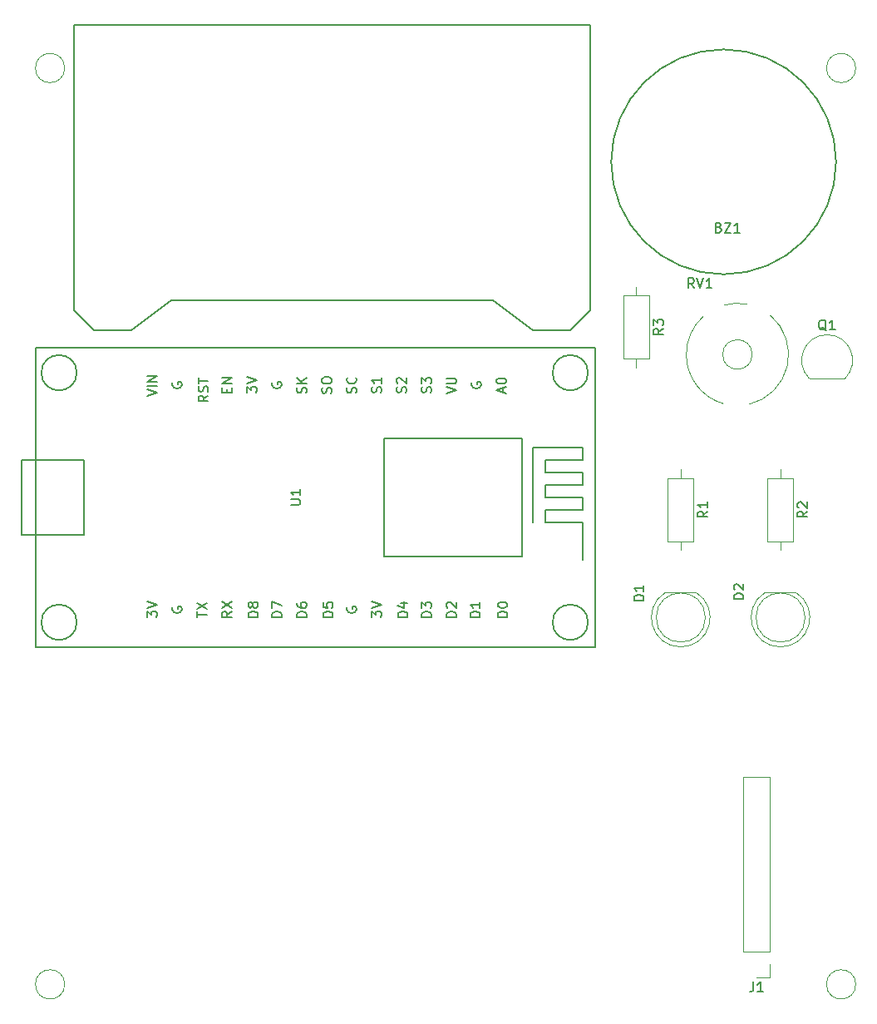
<source format=gbr>
G04 #@! TF.FileFunction,Legend,Top*
%FSLAX46Y46*%
G04 Gerber Fmt 4.6, Leading zero omitted, Abs format (unit mm)*
G04 Created by KiCad (PCBNEW 4.0.7-e2-6376~58~ubuntu16.04.1) date Fri Mar  9 08:47:09 2018*
%MOMM*%
%LPD*%
G01*
G04 APERTURE LIST*
%ADD10C,0.100000*%
%ADD11C,0.150000*%
%ADD12C,0.120000*%
G04 APERTURE END LIST*
D10*
D11*
X194711070Y-70866000D02*
G75*
G03X194711070Y-70866000I-11450070J0D01*
G01*
D12*
X178891738Y-120236400D02*
G75*
G03X180437030Y-114686400I462J2990000D01*
G01*
X178892662Y-120236400D02*
G75*
G02X177347370Y-114686400I-462J2990000D01*
G01*
X181392200Y-117246400D02*
G75*
G03X181392200Y-117246400I-2500000J0D01*
G01*
X180437200Y-114686400D02*
X177347200Y-114686400D01*
X189051738Y-120236400D02*
G75*
G03X190597030Y-114686400I462J2990000D01*
G01*
X189052662Y-120236400D02*
G75*
G02X187507370Y-114686400I-462J2990000D01*
G01*
X191552200Y-117246400D02*
G75*
G03X191552200Y-117246400I-2500000J0D01*
G01*
X190597200Y-114686400D02*
X187507200Y-114686400D01*
X180176800Y-103063600D02*
X177556800Y-103063600D01*
X177556800Y-103063600D02*
X177556800Y-109483600D01*
X177556800Y-109483600D02*
X180176800Y-109483600D01*
X180176800Y-109483600D02*
X180176800Y-103063600D01*
X178866800Y-102173600D02*
X178866800Y-103063600D01*
X178866800Y-110373600D02*
X178866800Y-109483600D01*
X190336800Y-103063600D02*
X187716800Y-103063600D01*
X187716800Y-103063600D02*
X187716800Y-109483600D01*
X187716800Y-109483600D02*
X190336800Y-109483600D01*
X190336800Y-109483600D02*
X190336800Y-103063600D01*
X189026800Y-102173600D02*
X189026800Y-103063600D01*
X189026800Y-110373600D02*
X189026800Y-109483600D01*
D11*
X162700000Y-99029000D02*
X162700000Y-111029000D01*
X162700000Y-111029000D02*
X148700000Y-111029000D01*
X148700000Y-111029000D02*
X148700000Y-99029000D01*
X148700000Y-99029000D02*
X162700000Y-99029000D01*
X163830000Y-107569000D02*
X163830000Y-99949000D01*
X163830000Y-99949000D02*
X168910000Y-99949000D01*
X168910000Y-99949000D02*
X168910000Y-101219000D01*
X168910000Y-101219000D02*
X165100000Y-101219000D01*
X165100000Y-101219000D02*
X165100000Y-102489000D01*
X165100000Y-102489000D02*
X168910000Y-102489000D01*
X168910000Y-102489000D02*
X168910000Y-103759000D01*
X168910000Y-103759000D02*
X165100000Y-103759000D01*
X165100000Y-103759000D02*
X165100000Y-105029000D01*
X165100000Y-105029000D02*
X168910000Y-105029000D01*
X168910000Y-105029000D02*
X168910000Y-106299000D01*
X168910000Y-106299000D02*
X165100000Y-106299000D01*
X165100000Y-106299000D02*
X165100000Y-107569000D01*
X165100000Y-107569000D02*
X168910000Y-107569000D01*
X168910000Y-107569000D02*
X168910000Y-111379000D01*
X111760000Y-101219000D02*
X111760000Y-108839000D01*
X111760000Y-108839000D02*
X118110000Y-108839000D01*
X118110000Y-108839000D02*
X118110000Y-101219000D01*
X118110000Y-101219000D02*
X111760000Y-101219000D01*
X117366051Y-117729000D02*
G75*
G03X117366051Y-117729000I-1796051J0D01*
G01*
X117366051Y-92329000D02*
G75*
G03X117366051Y-92329000I-1796051J0D01*
G01*
X169436051Y-92329000D02*
G75*
G03X169436051Y-92329000I-1796051J0D01*
G01*
X169436051Y-117729000D02*
G75*
G03X169436051Y-117729000I-1796051J0D01*
G01*
X170200000Y-120279000D02*
X170200000Y-90279000D01*
X170200000Y-90279000D02*
X170200000Y-89779000D01*
X170200000Y-89779000D02*
X113200000Y-89779000D01*
X113200000Y-89779000D02*
X113200000Y-120279000D01*
X113200000Y-120279000D02*
X170200000Y-120279000D01*
D12*
X183230329Y-95479173D02*
G75*
G02X179456400Y-90471000I1436071J5008173D01*
G01*
X188016347Y-86480383D02*
G75*
G02X185837400Y-95548000I-3349947J-3990617D01*
G01*
X183317533Y-85437928D02*
G75*
G02X185660400Y-85356000I1348867J-5033072D01*
G01*
X179457143Y-90561657D02*
G75*
G02X181180400Y-86599000I5209257J90657D01*
G01*
X186166400Y-90471000D02*
G75*
G03X186166400Y-90471000I-1500000J0D01*
G01*
X116145600Y-61315600D02*
G75*
G03X116145600Y-61315600I-1490000J0D01*
G01*
X116145600Y-154584400D02*
G75*
G03X116145600Y-154584400I-1490000J0D01*
G01*
X196714400Y-154584400D02*
G75*
G03X196714400Y-154584400I-1490000J0D01*
G01*
X196714400Y-61315600D02*
G75*
G03X196714400Y-61315600I-1490000J0D01*
G01*
X175655600Y-84470800D02*
X173035600Y-84470800D01*
X173035600Y-84470800D02*
X173035600Y-90890800D01*
X173035600Y-90890800D02*
X175655600Y-90890800D01*
X175655600Y-90890800D02*
X175655600Y-84470800D01*
X174345600Y-83580800D02*
X174345600Y-84470800D01*
X174345600Y-91780800D02*
X174345600Y-90890800D01*
X192002000Y-92909000D02*
X195602000Y-92909000D01*
X191963522Y-92897478D02*
G75*
G02X193802000Y-88459000I1838478J1838478D01*
G01*
X195640478Y-92897478D02*
G75*
G03X193802000Y-88459000I-1838478J1838478D01*
G01*
X187943800Y-133442400D02*
X185283800Y-133442400D01*
X187943800Y-151282400D02*
X187943800Y-133442400D01*
X185283800Y-151282400D02*
X185283800Y-133442400D01*
X187943800Y-151282400D02*
X185283800Y-151282400D01*
X187943800Y-152552400D02*
X187943800Y-153882400D01*
X187943800Y-153882400D02*
X186613800Y-153882400D01*
D11*
X117094000Y-56896000D02*
X117094000Y-85979000D01*
X117094000Y-85979000D02*
X119126000Y-88011000D01*
X119126000Y-88011000D02*
X122936000Y-88011000D01*
X122936000Y-88011000D02*
X127000000Y-84963000D01*
X127000000Y-84963000D02*
X159766000Y-84963000D01*
X163830000Y-88011000D02*
X159766000Y-84963000D01*
X167640000Y-88011000D02*
X169672000Y-85979000D01*
X169672000Y-85979000D02*
X169672000Y-56896000D01*
X169672000Y-56896000D02*
X117094000Y-56896000D01*
X167640000Y-88011000D02*
X163830000Y-88011000D01*
X182775048Y-77539571D02*
X182917905Y-77587190D01*
X182965524Y-77634810D01*
X183013143Y-77730048D01*
X183013143Y-77872905D01*
X182965524Y-77968143D01*
X182917905Y-78015762D01*
X182822667Y-78063381D01*
X182441714Y-78063381D01*
X182441714Y-77063381D01*
X182775048Y-77063381D01*
X182870286Y-77111000D01*
X182917905Y-77158619D01*
X182965524Y-77253857D01*
X182965524Y-77349095D01*
X182917905Y-77444333D01*
X182870286Y-77491952D01*
X182775048Y-77539571D01*
X182441714Y-77539571D01*
X183346476Y-77063381D02*
X184013143Y-77063381D01*
X183346476Y-78063381D01*
X184013143Y-78063381D01*
X184917905Y-78063381D02*
X184346476Y-78063381D01*
X184632190Y-78063381D02*
X184632190Y-77063381D01*
X184536952Y-77206238D01*
X184441714Y-77301476D01*
X184346476Y-77349095D01*
X175128181Y-115520695D02*
X174128181Y-115520695D01*
X174128181Y-115282600D01*
X174175800Y-115139742D01*
X174271038Y-115044504D01*
X174366276Y-114996885D01*
X174556752Y-114949266D01*
X174699610Y-114949266D01*
X174890086Y-114996885D01*
X174985324Y-115044504D01*
X175080562Y-115139742D01*
X175128181Y-115282600D01*
X175128181Y-115520695D01*
X175128181Y-113996885D02*
X175128181Y-114568314D01*
X175128181Y-114282600D02*
X174128181Y-114282600D01*
X174271038Y-114377838D01*
X174366276Y-114473076D01*
X174413895Y-114568314D01*
X185288181Y-115368295D02*
X184288181Y-115368295D01*
X184288181Y-115130200D01*
X184335800Y-114987342D01*
X184431038Y-114892104D01*
X184526276Y-114844485D01*
X184716752Y-114796866D01*
X184859610Y-114796866D01*
X185050086Y-114844485D01*
X185145324Y-114892104D01*
X185240562Y-114987342D01*
X185288181Y-115130200D01*
X185288181Y-115368295D01*
X184383419Y-114415914D02*
X184335800Y-114368295D01*
X184288181Y-114273057D01*
X184288181Y-114034961D01*
X184335800Y-113939723D01*
X184383419Y-113892104D01*
X184478657Y-113844485D01*
X184573895Y-113844485D01*
X184716752Y-113892104D01*
X185288181Y-114463533D01*
X185288181Y-113844485D01*
X181629181Y-106440266D02*
X181152990Y-106773600D01*
X181629181Y-107011695D02*
X180629181Y-107011695D01*
X180629181Y-106630742D01*
X180676800Y-106535504D01*
X180724419Y-106487885D01*
X180819657Y-106440266D01*
X180962514Y-106440266D01*
X181057752Y-106487885D01*
X181105371Y-106535504D01*
X181152990Y-106630742D01*
X181152990Y-107011695D01*
X181629181Y-105487885D02*
X181629181Y-106059314D01*
X181629181Y-105773600D02*
X180629181Y-105773600D01*
X180772038Y-105868838D01*
X180867276Y-105964076D01*
X180914895Y-106059314D01*
X191789181Y-106440266D02*
X191312990Y-106773600D01*
X191789181Y-107011695D02*
X190789181Y-107011695D01*
X190789181Y-106630742D01*
X190836800Y-106535504D01*
X190884419Y-106487885D01*
X190979657Y-106440266D01*
X191122514Y-106440266D01*
X191217752Y-106487885D01*
X191265371Y-106535504D01*
X191312990Y-106630742D01*
X191312990Y-107011695D01*
X190884419Y-106059314D02*
X190836800Y-106011695D01*
X190789181Y-105916457D01*
X190789181Y-105678361D01*
X190836800Y-105583123D01*
X190884419Y-105535504D01*
X190979657Y-105487885D01*
X191074895Y-105487885D01*
X191217752Y-105535504D01*
X191789181Y-106106933D01*
X191789181Y-105487885D01*
X139152381Y-105790905D02*
X139961905Y-105790905D01*
X140057143Y-105743286D01*
X140104762Y-105695667D01*
X140152381Y-105600429D01*
X140152381Y-105409952D01*
X140104762Y-105314714D01*
X140057143Y-105267095D01*
X139961905Y-105219476D01*
X139152381Y-105219476D01*
X140152381Y-104219476D02*
X140152381Y-104790905D01*
X140152381Y-104505191D02*
X139152381Y-104505191D01*
X139295238Y-104600429D01*
X139390476Y-104695667D01*
X139438095Y-104790905D01*
X124547381Y-94694238D02*
X125547381Y-94360905D01*
X124547381Y-94027571D01*
X125547381Y-93694238D02*
X124547381Y-93694238D01*
X125547381Y-93218048D02*
X124547381Y-93218048D01*
X125547381Y-92646619D01*
X124547381Y-92646619D01*
X127135000Y-93337095D02*
X127087381Y-93432333D01*
X127087381Y-93575190D01*
X127135000Y-93718048D01*
X127230238Y-93813286D01*
X127325476Y-93860905D01*
X127515952Y-93908524D01*
X127658810Y-93908524D01*
X127849286Y-93860905D01*
X127944524Y-93813286D01*
X128039762Y-93718048D01*
X128087381Y-93575190D01*
X128087381Y-93479952D01*
X128039762Y-93337095D01*
X127992143Y-93289476D01*
X127658810Y-93289476D01*
X127658810Y-93479952D01*
X130754381Y-94654619D02*
X130278190Y-94987953D01*
X130754381Y-95226048D02*
X129754381Y-95226048D01*
X129754381Y-94845095D01*
X129802000Y-94749857D01*
X129849619Y-94702238D01*
X129944857Y-94654619D01*
X130087714Y-94654619D01*
X130182952Y-94702238D01*
X130230571Y-94749857D01*
X130278190Y-94845095D01*
X130278190Y-95226048D01*
X130706762Y-94273667D02*
X130754381Y-94130810D01*
X130754381Y-93892714D01*
X130706762Y-93797476D01*
X130659143Y-93749857D01*
X130563905Y-93702238D01*
X130468667Y-93702238D01*
X130373429Y-93749857D01*
X130325810Y-93797476D01*
X130278190Y-93892714D01*
X130230571Y-94083191D01*
X130182952Y-94178429D01*
X130135333Y-94226048D01*
X130040095Y-94273667D01*
X129944857Y-94273667D01*
X129849619Y-94226048D01*
X129802000Y-94178429D01*
X129754381Y-94083191D01*
X129754381Y-93845095D01*
X129802000Y-93702238D01*
X129754381Y-93416524D02*
X129754381Y-92845095D01*
X130754381Y-93130810D02*
X129754381Y-93130810D01*
X132643571Y-94337095D02*
X132643571Y-94003761D01*
X133167381Y-93860904D02*
X133167381Y-94337095D01*
X132167381Y-94337095D01*
X132167381Y-93860904D01*
X133167381Y-93432333D02*
X132167381Y-93432333D01*
X133167381Y-92860904D01*
X132167381Y-92860904D01*
X134707381Y-94360905D02*
X134707381Y-93741857D01*
X135088333Y-94075191D01*
X135088333Y-93932333D01*
X135135952Y-93837095D01*
X135183571Y-93789476D01*
X135278810Y-93741857D01*
X135516905Y-93741857D01*
X135612143Y-93789476D01*
X135659762Y-93837095D01*
X135707381Y-93932333D01*
X135707381Y-94218048D01*
X135659762Y-94313286D01*
X135612143Y-94360905D01*
X134707381Y-93456143D02*
X135707381Y-93122810D01*
X134707381Y-92789476D01*
X137295000Y-93337095D02*
X137247381Y-93432333D01*
X137247381Y-93575190D01*
X137295000Y-93718048D01*
X137390238Y-93813286D01*
X137485476Y-93860905D01*
X137675952Y-93908524D01*
X137818810Y-93908524D01*
X138009286Y-93860905D01*
X138104524Y-93813286D01*
X138199762Y-93718048D01*
X138247381Y-93575190D01*
X138247381Y-93479952D01*
X138199762Y-93337095D01*
X138152143Y-93289476D01*
X137818810Y-93289476D01*
X137818810Y-93479952D01*
X140739762Y-94384714D02*
X140787381Y-94241857D01*
X140787381Y-94003761D01*
X140739762Y-93908523D01*
X140692143Y-93860904D01*
X140596905Y-93813285D01*
X140501667Y-93813285D01*
X140406429Y-93860904D01*
X140358810Y-93908523D01*
X140311190Y-94003761D01*
X140263571Y-94194238D01*
X140215952Y-94289476D01*
X140168333Y-94337095D01*
X140073095Y-94384714D01*
X139977857Y-94384714D01*
X139882619Y-94337095D01*
X139835000Y-94289476D01*
X139787381Y-94194238D01*
X139787381Y-93956142D01*
X139835000Y-93813285D01*
X140787381Y-93384714D02*
X139787381Y-93384714D01*
X140787381Y-92813285D02*
X140215952Y-93241857D01*
X139787381Y-92813285D02*
X140358810Y-93384714D01*
X143279762Y-94408524D02*
X143327381Y-94265667D01*
X143327381Y-94027571D01*
X143279762Y-93932333D01*
X143232143Y-93884714D01*
X143136905Y-93837095D01*
X143041667Y-93837095D01*
X142946429Y-93884714D01*
X142898810Y-93932333D01*
X142851190Y-94027571D01*
X142803571Y-94218048D01*
X142755952Y-94313286D01*
X142708333Y-94360905D01*
X142613095Y-94408524D01*
X142517857Y-94408524D01*
X142422619Y-94360905D01*
X142375000Y-94313286D01*
X142327381Y-94218048D01*
X142327381Y-93979952D01*
X142375000Y-93837095D01*
X142327381Y-93218048D02*
X142327381Y-93027571D01*
X142375000Y-92932333D01*
X142470238Y-92837095D01*
X142660714Y-92789476D01*
X142994048Y-92789476D01*
X143184524Y-92837095D01*
X143279762Y-92932333D01*
X143327381Y-93027571D01*
X143327381Y-93218048D01*
X143279762Y-93313286D01*
X143184524Y-93408524D01*
X142994048Y-93456143D01*
X142660714Y-93456143D01*
X142470238Y-93408524D01*
X142375000Y-93313286D01*
X142327381Y-93218048D01*
X145819762Y-94384714D02*
X145867381Y-94241857D01*
X145867381Y-94003761D01*
X145819762Y-93908523D01*
X145772143Y-93860904D01*
X145676905Y-93813285D01*
X145581667Y-93813285D01*
X145486429Y-93860904D01*
X145438810Y-93908523D01*
X145391190Y-94003761D01*
X145343571Y-94194238D01*
X145295952Y-94289476D01*
X145248333Y-94337095D01*
X145153095Y-94384714D01*
X145057857Y-94384714D01*
X144962619Y-94337095D01*
X144915000Y-94289476D01*
X144867381Y-94194238D01*
X144867381Y-93956142D01*
X144915000Y-93813285D01*
X145772143Y-92813285D02*
X145819762Y-92860904D01*
X145867381Y-93003761D01*
X145867381Y-93098999D01*
X145819762Y-93241857D01*
X145724524Y-93337095D01*
X145629286Y-93384714D01*
X145438810Y-93432333D01*
X145295952Y-93432333D01*
X145105476Y-93384714D01*
X145010238Y-93337095D01*
X144915000Y-93241857D01*
X144867381Y-93098999D01*
X144867381Y-93003761D01*
X144915000Y-92860904D01*
X144962619Y-92813285D01*
X148359762Y-94360905D02*
X148407381Y-94218048D01*
X148407381Y-93979952D01*
X148359762Y-93884714D01*
X148312143Y-93837095D01*
X148216905Y-93789476D01*
X148121667Y-93789476D01*
X148026429Y-93837095D01*
X147978810Y-93884714D01*
X147931190Y-93979952D01*
X147883571Y-94170429D01*
X147835952Y-94265667D01*
X147788333Y-94313286D01*
X147693095Y-94360905D01*
X147597857Y-94360905D01*
X147502619Y-94313286D01*
X147455000Y-94265667D01*
X147407381Y-94170429D01*
X147407381Y-93932333D01*
X147455000Y-93789476D01*
X148407381Y-92837095D02*
X148407381Y-93408524D01*
X148407381Y-93122810D02*
X147407381Y-93122810D01*
X147550238Y-93218048D01*
X147645476Y-93313286D01*
X147693095Y-93408524D01*
X150899762Y-94360905D02*
X150947381Y-94218048D01*
X150947381Y-93979952D01*
X150899762Y-93884714D01*
X150852143Y-93837095D01*
X150756905Y-93789476D01*
X150661667Y-93789476D01*
X150566429Y-93837095D01*
X150518810Y-93884714D01*
X150471190Y-93979952D01*
X150423571Y-94170429D01*
X150375952Y-94265667D01*
X150328333Y-94313286D01*
X150233095Y-94360905D01*
X150137857Y-94360905D01*
X150042619Y-94313286D01*
X149995000Y-94265667D01*
X149947381Y-94170429D01*
X149947381Y-93932333D01*
X149995000Y-93789476D01*
X150042619Y-93408524D02*
X149995000Y-93360905D01*
X149947381Y-93265667D01*
X149947381Y-93027571D01*
X149995000Y-92932333D01*
X150042619Y-92884714D01*
X150137857Y-92837095D01*
X150233095Y-92837095D01*
X150375952Y-92884714D01*
X150947381Y-93456143D01*
X150947381Y-92837095D01*
X153439762Y-94360905D02*
X153487381Y-94218048D01*
X153487381Y-93979952D01*
X153439762Y-93884714D01*
X153392143Y-93837095D01*
X153296905Y-93789476D01*
X153201667Y-93789476D01*
X153106429Y-93837095D01*
X153058810Y-93884714D01*
X153011190Y-93979952D01*
X152963571Y-94170429D01*
X152915952Y-94265667D01*
X152868333Y-94313286D01*
X152773095Y-94360905D01*
X152677857Y-94360905D01*
X152582619Y-94313286D01*
X152535000Y-94265667D01*
X152487381Y-94170429D01*
X152487381Y-93932333D01*
X152535000Y-93789476D01*
X152487381Y-93456143D02*
X152487381Y-92837095D01*
X152868333Y-93170429D01*
X152868333Y-93027571D01*
X152915952Y-92932333D01*
X152963571Y-92884714D01*
X153058810Y-92837095D01*
X153296905Y-92837095D01*
X153392143Y-92884714D01*
X153439762Y-92932333D01*
X153487381Y-93027571D01*
X153487381Y-93313286D01*
X153439762Y-93408524D01*
X153392143Y-93456143D01*
X155027381Y-94456143D02*
X156027381Y-94122810D01*
X155027381Y-93789476D01*
X155027381Y-93456143D02*
X155836905Y-93456143D01*
X155932143Y-93408524D01*
X155979762Y-93360905D01*
X156027381Y-93265667D01*
X156027381Y-93075190D01*
X155979762Y-92979952D01*
X155932143Y-92932333D01*
X155836905Y-92884714D01*
X155027381Y-92884714D01*
X157615000Y-93337095D02*
X157567381Y-93432333D01*
X157567381Y-93575190D01*
X157615000Y-93718048D01*
X157710238Y-93813286D01*
X157805476Y-93860905D01*
X157995952Y-93908524D01*
X158138810Y-93908524D01*
X158329286Y-93860905D01*
X158424524Y-93813286D01*
X158519762Y-93718048D01*
X158567381Y-93575190D01*
X158567381Y-93479952D01*
X158519762Y-93337095D01*
X158472143Y-93289476D01*
X158138810Y-93289476D01*
X158138810Y-93479952D01*
X160821667Y-94313286D02*
X160821667Y-93837095D01*
X161107381Y-94408524D02*
X160107381Y-94075191D01*
X161107381Y-93741857D01*
X160107381Y-93218048D02*
X160107381Y-93122809D01*
X160155000Y-93027571D01*
X160202619Y-92979952D01*
X160297857Y-92932333D01*
X160488333Y-92884714D01*
X160726429Y-92884714D01*
X160916905Y-92932333D01*
X161012143Y-92979952D01*
X161059762Y-93027571D01*
X161107381Y-93122809D01*
X161107381Y-93218048D01*
X161059762Y-93313286D01*
X161012143Y-93360905D01*
X160916905Y-93408524D01*
X160726429Y-93456143D01*
X160488333Y-93456143D01*
X160297857Y-93408524D01*
X160202619Y-93360905D01*
X160155000Y-93313286D01*
X160107381Y-93218048D01*
X124547381Y-117220905D02*
X124547381Y-116601857D01*
X124928333Y-116935191D01*
X124928333Y-116792333D01*
X124975952Y-116697095D01*
X125023571Y-116649476D01*
X125118810Y-116601857D01*
X125356905Y-116601857D01*
X125452143Y-116649476D01*
X125499762Y-116697095D01*
X125547381Y-116792333D01*
X125547381Y-117078048D01*
X125499762Y-117173286D01*
X125452143Y-117220905D01*
X124547381Y-116316143D02*
X125547381Y-115982810D01*
X124547381Y-115649476D01*
X127135000Y-116197095D02*
X127087381Y-116292333D01*
X127087381Y-116435190D01*
X127135000Y-116578048D01*
X127230238Y-116673286D01*
X127325476Y-116720905D01*
X127515952Y-116768524D01*
X127658810Y-116768524D01*
X127849286Y-116720905D01*
X127944524Y-116673286D01*
X128039762Y-116578048D01*
X128087381Y-116435190D01*
X128087381Y-116339952D01*
X128039762Y-116197095D01*
X127992143Y-116149476D01*
X127658810Y-116149476D01*
X127658810Y-116339952D01*
X129627381Y-117220905D02*
X129627381Y-116649476D01*
X130627381Y-116935191D02*
X129627381Y-116935191D01*
X129627381Y-116411381D02*
X130627381Y-115744714D01*
X129627381Y-115744714D02*
X130627381Y-116411381D01*
X133167381Y-116625666D02*
X132691190Y-116959000D01*
X133167381Y-117197095D02*
X132167381Y-117197095D01*
X132167381Y-116816142D01*
X132215000Y-116720904D01*
X132262619Y-116673285D01*
X132357857Y-116625666D01*
X132500714Y-116625666D01*
X132595952Y-116673285D01*
X132643571Y-116720904D01*
X132691190Y-116816142D01*
X132691190Y-117197095D01*
X132167381Y-116292333D02*
X133167381Y-115625666D01*
X132167381Y-115625666D02*
X133167381Y-116292333D01*
X135834381Y-117197095D02*
X134834381Y-117197095D01*
X134834381Y-116959000D01*
X134882000Y-116816142D01*
X134977238Y-116720904D01*
X135072476Y-116673285D01*
X135262952Y-116625666D01*
X135405810Y-116625666D01*
X135596286Y-116673285D01*
X135691524Y-116720904D01*
X135786762Y-116816142D01*
X135834381Y-116959000D01*
X135834381Y-117197095D01*
X135262952Y-116054238D02*
X135215333Y-116149476D01*
X135167714Y-116197095D01*
X135072476Y-116244714D01*
X135024857Y-116244714D01*
X134929619Y-116197095D01*
X134882000Y-116149476D01*
X134834381Y-116054238D01*
X134834381Y-115863761D01*
X134882000Y-115768523D01*
X134929619Y-115720904D01*
X135024857Y-115673285D01*
X135072476Y-115673285D01*
X135167714Y-115720904D01*
X135215333Y-115768523D01*
X135262952Y-115863761D01*
X135262952Y-116054238D01*
X135310571Y-116149476D01*
X135358190Y-116197095D01*
X135453429Y-116244714D01*
X135643905Y-116244714D01*
X135739143Y-116197095D01*
X135786762Y-116149476D01*
X135834381Y-116054238D01*
X135834381Y-115863761D01*
X135786762Y-115768523D01*
X135739143Y-115720904D01*
X135643905Y-115673285D01*
X135453429Y-115673285D01*
X135358190Y-115720904D01*
X135310571Y-115768523D01*
X135262952Y-115863761D01*
X138247381Y-117197095D02*
X137247381Y-117197095D01*
X137247381Y-116959000D01*
X137295000Y-116816142D01*
X137390238Y-116720904D01*
X137485476Y-116673285D01*
X137675952Y-116625666D01*
X137818810Y-116625666D01*
X138009286Y-116673285D01*
X138104524Y-116720904D01*
X138199762Y-116816142D01*
X138247381Y-116959000D01*
X138247381Y-117197095D01*
X137247381Y-116292333D02*
X137247381Y-115625666D01*
X138247381Y-116054238D01*
X140787381Y-117197095D02*
X139787381Y-117197095D01*
X139787381Y-116959000D01*
X139835000Y-116816142D01*
X139930238Y-116720904D01*
X140025476Y-116673285D01*
X140215952Y-116625666D01*
X140358810Y-116625666D01*
X140549286Y-116673285D01*
X140644524Y-116720904D01*
X140739762Y-116816142D01*
X140787381Y-116959000D01*
X140787381Y-117197095D01*
X139787381Y-115768523D02*
X139787381Y-115959000D01*
X139835000Y-116054238D01*
X139882619Y-116101857D01*
X140025476Y-116197095D01*
X140215952Y-116244714D01*
X140596905Y-116244714D01*
X140692143Y-116197095D01*
X140739762Y-116149476D01*
X140787381Y-116054238D01*
X140787381Y-115863761D01*
X140739762Y-115768523D01*
X140692143Y-115720904D01*
X140596905Y-115673285D01*
X140358810Y-115673285D01*
X140263571Y-115720904D01*
X140215952Y-115768523D01*
X140168333Y-115863761D01*
X140168333Y-116054238D01*
X140215952Y-116149476D01*
X140263571Y-116197095D01*
X140358810Y-116244714D01*
X143454381Y-117197095D02*
X142454381Y-117197095D01*
X142454381Y-116959000D01*
X142502000Y-116816142D01*
X142597238Y-116720904D01*
X142692476Y-116673285D01*
X142882952Y-116625666D01*
X143025810Y-116625666D01*
X143216286Y-116673285D01*
X143311524Y-116720904D01*
X143406762Y-116816142D01*
X143454381Y-116959000D01*
X143454381Y-117197095D01*
X142454381Y-115720904D02*
X142454381Y-116197095D01*
X142930571Y-116244714D01*
X142882952Y-116197095D01*
X142835333Y-116101857D01*
X142835333Y-115863761D01*
X142882952Y-115768523D01*
X142930571Y-115720904D01*
X143025810Y-115673285D01*
X143263905Y-115673285D01*
X143359143Y-115720904D01*
X143406762Y-115768523D01*
X143454381Y-115863761D01*
X143454381Y-116101857D01*
X143406762Y-116197095D01*
X143359143Y-116244714D01*
X144915000Y-116197095D02*
X144867381Y-116292333D01*
X144867381Y-116435190D01*
X144915000Y-116578048D01*
X145010238Y-116673286D01*
X145105476Y-116720905D01*
X145295952Y-116768524D01*
X145438810Y-116768524D01*
X145629286Y-116720905D01*
X145724524Y-116673286D01*
X145819762Y-116578048D01*
X145867381Y-116435190D01*
X145867381Y-116339952D01*
X145819762Y-116197095D01*
X145772143Y-116149476D01*
X145438810Y-116149476D01*
X145438810Y-116339952D01*
X147407381Y-117220905D02*
X147407381Y-116601857D01*
X147788333Y-116935191D01*
X147788333Y-116792333D01*
X147835952Y-116697095D01*
X147883571Y-116649476D01*
X147978810Y-116601857D01*
X148216905Y-116601857D01*
X148312143Y-116649476D01*
X148359762Y-116697095D01*
X148407381Y-116792333D01*
X148407381Y-117078048D01*
X148359762Y-117173286D01*
X148312143Y-117220905D01*
X147407381Y-116316143D02*
X148407381Y-115982810D01*
X147407381Y-115649476D01*
X151074381Y-117197095D02*
X150074381Y-117197095D01*
X150074381Y-116959000D01*
X150122000Y-116816142D01*
X150217238Y-116720904D01*
X150312476Y-116673285D01*
X150502952Y-116625666D01*
X150645810Y-116625666D01*
X150836286Y-116673285D01*
X150931524Y-116720904D01*
X151026762Y-116816142D01*
X151074381Y-116959000D01*
X151074381Y-117197095D01*
X150407714Y-115768523D02*
X151074381Y-115768523D01*
X150026762Y-116006619D02*
X150741048Y-116244714D01*
X150741048Y-115625666D01*
X153487381Y-117197095D02*
X152487381Y-117197095D01*
X152487381Y-116959000D01*
X152535000Y-116816142D01*
X152630238Y-116720904D01*
X152725476Y-116673285D01*
X152915952Y-116625666D01*
X153058810Y-116625666D01*
X153249286Y-116673285D01*
X153344524Y-116720904D01*
X153439762Y-116816142D01*
X153487381Y-116959000D01*
X153487381Y-117197095D01*
X152487381Y-116292333D02*
X152487381Y-115673285D01*
X152868333Y-116006619D01*
X152868333Y-115863761D01*
X152915952Y-115768523D01*
X152963571Y-115720904D01*
X153058810Y-115673285D01*
X153296905Y-115673285D01*
X153392143Y-115720904D01*
X153439762Y-115768523D01*
X153487381Y-115863761D01*
X153487381Y-116149476D01*
X153439762Y-116244714D01*
X153392143Y-116292333D01*
X156027381Y-117197095D02*
X155027381Y-117197095D01*
X155027381Y-116959000D01*
X155075000Y-116816142D01*
X155170238Y-116720904D01*
X155265476Y-116673285D01*
X155455952Y-116625666D01*
X155598810Y-116625666D01*
X155789286Y-116673285D01*
X155884524Y-116720904D01*
X155979762Y-116816142D01*
X156027381Y-116959000D01*
X156027381Y-117197095D01*
X155122619Y-116244714D02*
X155075000Y-116197095D01*
X155027381Y-116101857D01*
X155027381Y-115863761D01*
X155075000Y-115768523D01*
X155122619Y-115720904D01*
X155217857Y-115673285D01*
X155313095Y-115673285D01*
X155455952Y-115720904D01*
X156027381Y-116292333D01*
X156027381Y-115673285D01*
X158440381Y-117197095D02*
X157440381Y-117197095D01*
X157440381Y-116959000D01*
X157488000Y-116816142D01*
X157583238Y-116720904D01*
X157678476Y-116673285D01*
X157868952Y-116625666D01*
X158011810Y-116625666D01*
X158202286Y-116673285D01*
X158297524Y-116720904D01*
X158392762Y-116816142D01*
X158440381Y-116959000D01*
X158440381Y-117197095D01*
X158440381Y-115673285D02*
X158440381Y-116244714D01*
X158440381Y-115959000D02*
X157440381Y-115959000D01*
X157583238Y-116054238D01*
X157678476Y-116149476D01*
X157726095Y-116244714D01*
X161234381Y-117197095D02*
X160234381Y-117197095D01*
X160234381Y-116959000D01*
X160282000Y-116816142D01*
X160377238Y-116720904D01*
X160472476Y-116673285D01*
X160662952Y-116625666D01*
X160805810Y-116625666D01*
X160996286Y-116673285D01*
X161091524Y-116720904D01*
X161186762Y-116816142D01*
X161234381Y-116959000D01*
X161234381Y-117197095D01*
X160234381Y-116006619D02*
X160234381Y-115911380D01*
X160282000Y-115816142D01*
X160329619Y-115768523D01*
X160424857Y-115720904D01*
X160615333Y-115673285D01*
X160853429Y-115673285D01*
X161043905Y-115720904D01*
X161139143Y-115768523D01*
X161186762Y-115816142D01*
X161234381Y-115911380D01*
X161234381Y-116006619D01*
X161186762Y-116101857D01*
X161139143Y-116149476D01*
X161043905Y-116197095D01*
X160853429Y-116244714D01*
X160615333Y-116244714D01*
X160424857Y-116197095D01*
X160329619Y-116149476D01*
X160282000Y-116101857D01*
X160234381Y-116006619D01*
X180252762Y-83713581D02*
X179919428Y-83237390D01*
X179681333Y-83713581D02*
X179681333Y-82713581D01*
X180062286Y-82713581D01*
X180157524Y-82761200D01*
X180205143Y-82808819D01*
X180252762Y-82904057D01*
X180252762Y-83046914D01*
X180205143Y-83142152D01*
X180157524Y-83189771D01*
X180062286Y-83237390D01*
X179681333Y-83237390D01*
X180538476Y-82713581D02*
X180871809Y-83713581D01*
X181205143Y-82713581D01*
X182062286Y-83713581D02*
X181490857Y-83713581D01*
X181776571Y-83713581D02*
X181776571Y-82713581D01*
X181681333Y-82856438D01*
X181586095Y-82951676D01*
X181490857Y-82999295D01*
X177107981Y-87847466D02*
X176631790Y-88180800D01*
X177107981Y-88418895D02*
X176107981Y-88418895D01*
X176107981Y-88037942D01*
X176155600Y-87942704D01*
X176203219Y-87895085D01*
X176298457Y-87847466D01*
X176441314Y-87847466D01*
X176536552Y-87895085D01*
X176584171Y-87942704D01*
X176631790Y-88037942D01*
X176631790Y-88418895D01*
X176107981Y-87514133D02*
X176107981Y-86895085D01*
X176488933Y-87228419D01*
X176488933Y-87085561D01*
X176536552Y-86990323D01*
X176584171Y-86942704D01*
X176679410Y-86895085D01*
X176917505Y-86895085D01*
X177012743Y-86942704D01*
X177060362Y-86990323D01*
X177107981Y-87085561D01*
X177107981Y-87371276D01*
X177060362Y-87466514D01*
X177012743Y-87514133D01*
X193706762Y-88046619D02*
X193611524Y-87999000D01*
X193516286Y-87903762D01*
X193373429Y-87760905D01*
X193278190Y-87713286D01*
X193182952Y-87713286D01*
X193230571Y-87951381D02*
X193135333Y-87903762D01*
X193040095Y-87808524D01*
X192992476Y-87618048D01*
X192992476Y-87284714D01*
X193040095Y-87094238D01*
X193135333Y-86999000D01*
X193230571Y-86951381D01*
X193421048Y-86951381D01*
X193516286Y-86999000D01*
X193611524Y-87094238D01*
X193659143Y-87284714D01*
X193659143Y-87618048D01*
X193611524Y-87808524D01*
X193516286Y-87903762D01*
X193421048Y-87951381D01*
X193230571Y-87951381D01*
X194611524Y-87951381D02*
X194040095Y-87951381D01*
X194325809Y-87951381D02*
X194325809Y-86951381D01*
X194230571Y-87094238D01*
X194135333Y-87189476D01*
X194040095Y-87237095D01*
X186280467Y-154334781D02*
X186280467Y-155049067D01*
X186232847Y-155191924D01*
X186137609Y-155287162D01*
X185994752Y-155334781D01*
X185899514Y-155334781D01*
X187280467Y-155334781D02*
X186709038Y-155334781D01*
X186994752Y-155334781D02*
X186994752Y-154334781D01*
X186899514Y-154477638D01*
X186804276Y-154572876D01*
X186709038Y-154620495D01*
M02*

</source>
